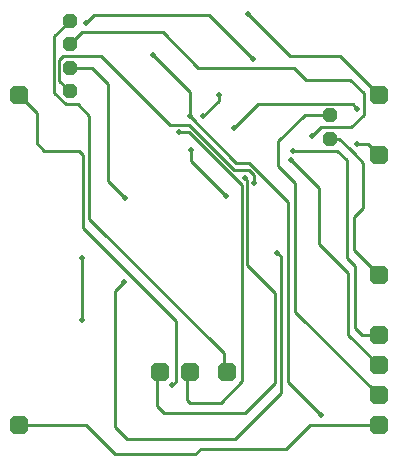
<source format=gbr>
G04 Layer_Physical_Order=2*
G04 Layer_Color=36540*
%FSLAX44Y44*%
%MOMM*%
G71*
G01*
G75*
%ADD22C,0.2500*%
G04:AMPARAMS|DCode=23|XSize=1.6002mm|YSize=1.6002mm|CornerRadius=0mm|HoleSize=0mm|Usage=FLASHONLY|Rotation=0.000|XOffset=0mm|YOffset=0mm|HoleType=Round|Shape=Octagon|*
%AMOCTAGOND23*
4,1,8,0.8001,-0.4001,0.8001,0.4001,0.4001,0.8001,-0.4001,0.8001,-0.8001,0.4001,-0.8001,-0.4001,-0.4001,-0.8001,0.4001,-0.8001,0.8001,-0.4001,0.0*
%
%ADD23OCTAGOND23*%

G04:AMPARAMS|DCode=24|XSize=1.6002mm|YSize=1.6002mm|CornerRadius=0mm|HoleSize=0mm|Usage=FLASHONLY|Rotation=270.000|XOffset=0mm|YOffset=0mm|HoleType=Round|Shape=Octagon|*
%AMOCTAGOND24*
4,1,8,-0.4001,-0.8001,0.4001,-0.8001,0.8001,-0.4001,0.8001,0.4001,0.4001,0.8001,-0.4001,0.8001,-0.8001,0.4001,-0.8001,-0.4001,-0.4001,-0.8001,0.0*
%
%ADD24OCTAGOND24*%

G04:AMPARAMS|DCode=26|XSize=1.2mm|YSize=1.2mm|CornerRadius=0mm|HoleSize=0mm|Usage=FLASHONLY|Rotation=270.000|XOffset=0mm|YOffset=0mm|HoleType=Round|Shape=Octagon|*
%AMOCTAGOND26*
4,1,8,-0.3000,-0.6000,0.3000,-0.6000,0.6000,-0.3000,0.6000,0.3000,0.3000,0.6000,-0.3000,0.6000,-0.6000,0.3000,-0.6000,-0.3000,-0.3000,-0.6000,0.0*
%
%ADD26OCTAGOND26*%

%ADD27C,0.5000*%
D22*
X81750Y113518D02*
X89354Y121122D01*
X81750Y-1500D02*
Y113518D01*
Y-1500D02*
X91750Y-11500D01*
X192750Y135750D02*
Y207602D01*
X191346Y209006D02*
X192750Y207602D01*
Y135750D02*
X216500Y112000D01*
X143920Y248080D02*
X188750Y203250D01*
Y37000D02*
Y203250D01*
X170750Y19000D02*
X188750Y37000D01*
X54500Y167036D02*
X133000Y88536D01*
Y36868D02*
Y88536D01*
X129878Y33746D02*
X133000Y36868D01*
X53000Y88750D02*
Y140500D01*
X53750Y141250D01*
X153750Y-20250D02*
X226500D01*
X149230Y-24770D02*
X153750Y-20250D01*
X226500D02*
X246800Y50D01*
X304800D01*
X145250Y19000D02*
X170750D01*
X142550Y21700D02*
X145250Y19000D01*
X142550Y21700D02*
Y44750D01*
X182750Y-11500D02*
X221500Y27250D01*
X91750Y-11500D02*
X182750D01*
X81270Y-24770D02*
X149230D01*
X56450Y50D02*
X81270Y-24770D01*
X-0Y279450D02*
X15500Y263950D01*
Y238548D02*
Y263950D01*
Y238548D02*
X21548Y232500D01*
X201990Y271490D02*
X283040D01*
X182000Y251500D02*
X201990Y271490D01*
X219750Y240171D02*
X242079Y262500D01*
X219750Y219464D02*
Y240171D01*
Y219464D02*
X234134Y205080D01*
X183690Y222250D02*
X195120D01*
X144610Y261330D02*
X183690Y222250D01*
X195120D02*
X228070Y189300D01*
X195016Y215750D02*
X198966Y211800D01*
X182500Y215750D02*
X195016D01*
X144032Y254218D02*
X182500Y215750D01*
X128100Y254218D02*
X144032D01*
X135494Y248080D02*
X143920D01*
X144610Y263591D02*
Y281850D01*
X113314Y313146D02*
X144610Y281850D01*
X280568Y292250D02*
X291930Y280888D01*
X242976Y292250D02*
X280568D01*
X232494Y302732D02*
X242976Y292250D01*
X281500Y252250D02*
X291930Y262680D01*
X255338Y252250D02*
X281500D01*
X248162Y245074D02*
X255338Y252250D01*
X295200Y238250D02*
X304800Y228650D01*
X286250Y238250D02*
X295200D01*
X283363Y230500D02*
X291500Y222363D01*
Y184238D02*
Y222363D01*
X283750Y176488D02*
X291500Y184238D01*
X283750Y148100D02*
X304800Y127050D01*
X283750Y148100D02*
Y176488D01*
X283325Y230500D02*
X283363D01*
X280250Y233575D02*
X283325Y230500D01*
X280250Y233575D02*
Y233613D01*
X271363Y242500D02*
X280250Y233613D01*
X277750Y141739D02*
Y224250D01*
X269626Y232374D02*
X277750Y224250D01*
X231732Y232374D02*
X269626D01*
X263000Y242500D02*
X271363D01*
X277750Y141739D02*
X284500Y134989D01*
Y82250D02*
Y134989D01*
Y82250D02*
X290500Y76250D01*
X304800D01*
X254084Y153634D02*
X279000Y128718D01*
Y76650D02*
Y128718D01*
Y76650D02*
X304800Y50850D01*
X54500Y167036D02*
Y228750D01*
X50750Y232500D02*
X54500Y228750D01*
X21548Y232500D02*
X50750D01*
X69818Y312500D02*
X128100Y254218D01*
X37414Y312500D02*
X69818D01*
X34250Y309336D02*
X37414Y312500D01*
X30053Y280891D02*
Y329552D01*
Y280891D02*
X39454Y271490D01*
X30053Y329552D02*
X43000Y342500D01*
X216500Y35750D02*
Y112000D01*
X191000Y10250D02*
X216500Y35750D01*
X218832Y145506D02*
X221500Y142839D01*
Y27250D02*
Y142839D01*
X228070Y36392D02*
X256116Y8346D01*
X228070Y36392D02*
Y189300D01*
X117150Y16100D02*
X123000Y10250D01*
X191000D01*
X-0Y50D02*
X56450D01*
X117150Y16100D02*
Y44750D01*
X145880Y223738D02*
Y233136D01*
Y223738D02*
X175598Y194020D01*
X173300Y44750D02*
Y60947D01*
X59520Y174727D02*
X173300Y60947D01*
X59520Y174727D02*
Y261979D01*
X50009Y271490D02*
X59520Y261979D01*
X39454Y271490D02*
X50009D01*
X193886Y348198D02*
X229700Y312384D01*
X271866D01*
X304800Y279450D01*
X34250Y291250D02*
X43000Y282500D01*
X34250Y291250D02*
Y309336D01*
X198966Y204750D02*
Y211800D01*
X43000Y322500D02*
X53458Y332958D01*
X121750D01*
X151976Y302732D01*
X232494D01*
X291930Y262680D02*
Y280888D01*
X56980Y340578D02*
X63838Y347436D01*
X160866D01*
X198204Y310098D01*
X168994Y274792D02*
Y279872D01*
X155532Y261330D02*
X168994Y274792D01*
X75268Y206466D02*
X89746Y191988D01*
X75268Y206466D02*
Y289124D01*
X61892Y302500D02*
X75268Y289124D01*
X43000Y302500D02*
X61892D01*
X283040Y271490D02*
X286596Y267934D01*
X229954Y224750D02*
X254084Y200620D01*
Y153634D02*
Y200620D01*
X242079Y262500D02*
X263000D01*
X234134Y96116D02*
Y205080D01*
Y96116D02*
X304800Y25450D01*
D23*
X145050Y44750D02*
D03*
X119650D02*
D03*
X175800D02*
D03*
D24*
X-0Y279450D02*
D03*
Y50D02*
D03*
X304800Y279450D02*
D03*
Y228650D02*
D03*
Y127050D02*
D03*
Y76250D02*
D03*
Y50850D02*
D03*
Y25450D02*
D03*
Y50D02*
D03*
D26*
X263000Y262500D02*
D03*
Y242500D02*
D03*
X43000Y282500D02*
D03*
Y302500D02*
D03*
Y322500D02*
D03*
Y342500D02*
D03*
D27*
X53000Y88750D02*
D03*
X53750Y141250D02*
D03*
X286250Y238250D02*
D03*
X182000Y251500D02*
D03*
X218832Y145506D02*
D03*
X191346Y209006D02*
D03*
X129878Y33746D02*
D03*
X145880Y233136D02*
D03*
X175598Y194020D02*
D03*
X193886Y348198D02*
D03*
X135494Y248080D02*
D03*
X198966Y204750D02*
D03*
X231732Y232374D02*
D03*
X248162Y245074D02*
D03*
X56980Y340578D02*
D03*
X198204Y310098D02*
D03*
X144610Y261330D02*
D03*
X113314Y313146D02*
D03*
X168994Y279872D02*
D03*
X155532Y261330D02*
D03*
X89746Y191988D02*
D03*
X286596Y267934D02*
D03*
X229954Y224750D02*
D03*
X256116Y8346D02*
D03*
X89354Y121122D02*
D03*
M02*

</source>
